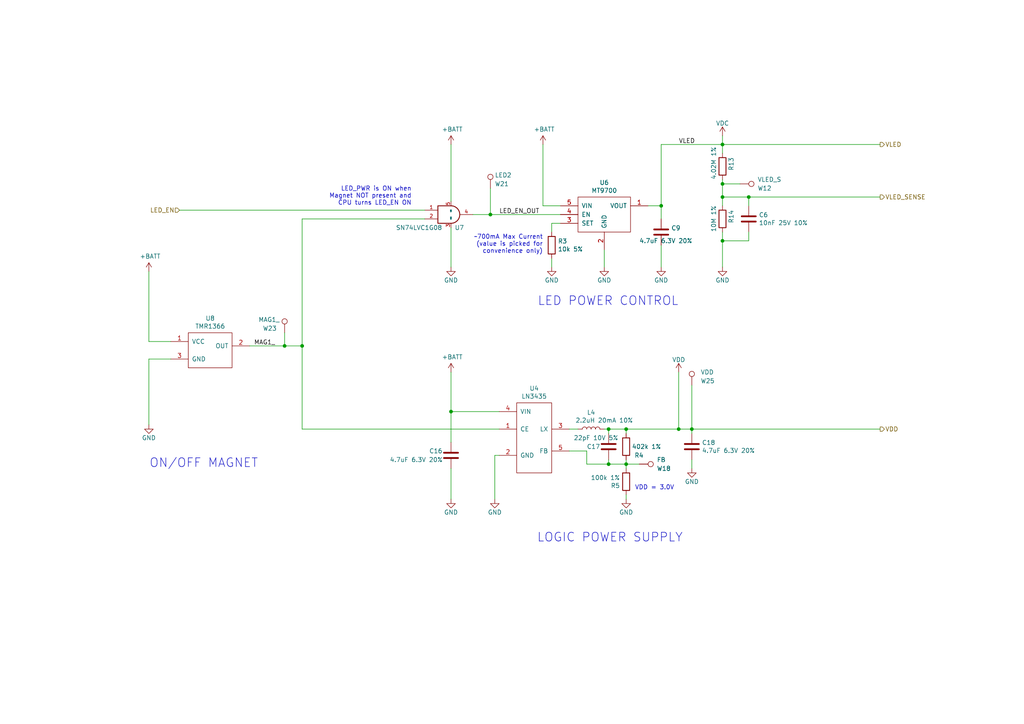
<source format=kicad_sch>
(kicad_sch (version 20211123) (generator eeschema)
  (paper "A4")
  (title_block (title "Pixels D20 Schematic, Power") (date "2020-04-13") (rev "2") (company "Systemic Games, LLC"))
  (lib_symbols
    (symbol "Device:C" (pin_numbers hide) (pin_names (offset 0.254))
      (property "Reference" "C" (at 0.635 2.54 0))
      (property "Value" "C" (at 0.635 -2.54 0))
      (symbol "C_0_1"
        (polyline (pts (xy -2.032 -0.762) (xy 2.032 -0.762)) (stroke (width 0.508)))
        (polyline (pts (xy -2.032 0.762) (xy 2.032 0.762)) (stroke (width 0.508)))
      )
      (symbol "C_1_1"
        (pin passive line (at 0 3.81 270) (length 2.794) (name "~") (number "1"))
        (pin passive line (at 0 -3.81 90) (length 2.794) (name "~") (number "2"))
      )
    )
    (symbol "Device:L" (pin_numbers hide) (pin_names (offset 1.016) hide)
      (property "Reference" "L" (at -1.27 0 90))
      (property "Value" "L" (at 1.905 0 90))
      (symbol "L_0_1"
        (arc (start 0 -2.54) (mid 0.635 -1.905) (end 0 -1.27))
        (arc (start 0 -1.27) (mid 0.635 -0.635) (end 0 0))
        (arc (start 0 0) (mid 0.635 0.635) (end 0 1.27))
        (arc (start 0 1.27) (mid 0.635 1.905) (end 0 2.54))
      )
      (symbol "L_1_1"
        (pin passive line (at 0 3.81 270) (length 1.27) (name "1") (number "1"))
        (pin passive line (at 0 -3.81 90) (length 1.27) (name "2") (number "2"))
      )
    )
    (symbol "Device:R" (pin_numbers hide) (pin_names (offset 0))
      (property "Reference" "R" (at 2.032 0 90))
      (property "Value" "R" (at 0 0 90))
      (symbol "R_0_1"
        (rectangle (start -1.016 -2.54) (end 1.016 2.54) (stroke (width 0.254)))
      )
      (symbol "R_1_1"
        (pin passive line (at 0 3.81 270) (length 1.27) (name "~") (number "1"))
        (pin passive line (at 0 -3.81 90) (length 1.27) (name "~") (number "2"))
      )
    )
    (symbol "Pixels-dice:74AHC1G08" (pin_names (offset 1.016))
      (property "Reference" "U" (at -2.54 3.81 0))
      (property "Value" "74AHC1G08" (at 0 -3.81 0))
      (symbol "74AHC1G08_0_1"
        (arc (start 0 -2.54) (mid 2.54 0) (end 0 2.54) (stroke (width 0.254)))
        (polyline (pts (xy 0 -2.54) (xy -3.81 -2.54) (xy -3.81 2.54) (xy 0 2.54)) (stroke (width 0.254)))
      )
      (symbol "74AHC1G08_1_1"
        (pin input line (at -7.62 1.27 0) (length 3.81) (name "~") (number "1"))
        (pin input line (at -7.62 -1.27 0) (length 3.81) (name "~") (number "2"))
        (pin power_in line (at 0 -3.81 90) (length 1.27) (name "GND") (number "3"))
        (pin output line (at 6.35 0 180) (length 3.81) (name "~") (number "4"))
        (pin power_in line (at 0 3.81 270) (length 1.27) (name "VCC") (number "5"))
      )
    )
    (symbol "Pixels-dice:LN3406" (pin_names (offset 1.016))
      (property "Reference" "U" (at 2.54 -11.43 0))
      (property "Value" "LN3406" (at -1.27 11.43 0))
      (symbol "LN3406_0_1"
        (rectangle (start -5.08 10.16) (end 5.08 -10.16))
      )
      (symbol "LN3406_1_1"
        (pin input line (at -10.16 2.54 0) (length 5.08) (name "CE") (number "1"))
        (pin power_in line (at -10.16 -5.08 0) (length 5.08) (name "GND") (number "2"))
        (pin power_out line (at 10.16 2.54 180) (length 5.08) (name "LX") (number "3"))
        (pin power_in line (at -10.16 7.62 0) (length 5.08) (name "VIN") (number "4"))
        (pin input line (at 10.16 -3.81 180) (length 5.08) (name "FB") (number "5"))
      )
    )
    (symbol "Pixels-dice:MT9700" (pin_names (offset 1.016))
      (property "Reference" "U" (at 6.35 -6.35 0))
      (property "Value" "MT9700" (at 0 6.35 0))
      (symbol "MT9700_0_1"
        (rectangle (start -7.62 5.08) (end 7.62 -5.08))
      )
      (symbol "MT9700_1_1"
        (pin power_out line (at 12.7 2.54 180) (length 5.08) (name "VOUT") (number "1"))
        (pin power_in line (at 0 -10.16 90) (length 5.08) (name "GND") (number "2"))
        (pin input line (at -12.7 -2.54 0) (length 5.08) (name "SET") (number "3"))
        (pin input line (at -12.7 0 0) (length 5.08) (name "EN") (number "4"))
        (pin power_in line (at -12.7 2.54 0) (length 5.08) (name "VIN") (number "5"))
      )
    )
    (symbol "Pixels-dice:TEST_1P-conn" (pin_numbers hide) (pin_names (offset 0.762) hide)
      (property "Reference" "W" (at 0 6.858 0))
      (property "Value" "TEST_1P-conn" (at 0 5.08 0))
      (symbol "TEST_1P-conn_0_1"
        (circle (center 0 3.302) (radius 0.762))
      )
      (symbol "TEST_1P-conn_1_1"
        (pin passive line (at 0 0 90) (length 2.54) (name "1") (number "1"))
      )
    )
    (symbol "Pixels-dice:TMR1366" (pin_names (offset 1.016))
      (property "Reference" "U" (at 3.81 -6.35 0))
      (property "Value" "TMR1366" (at 0 6.35 0))
      (symbol "TMR1366_1_1"
        (rectangle (start -6.35 5.08) (end 6.35 -5.08))
        (pin power_in line (at -11.43 2.54 0) (length 5.08) (name "VCC") (number "1"))
        (pin output line (at 11.43 1.27 180) (length 5.08) (name "OUT") (number "2"))
        (pin power_in line (at -11.43 -2.54 0) (length 5.08) (name "GND") (number "3"))
      )
    )
    (symbol "power:+BATT" (power) (pin_names (offset 0))
      (property "Value" "+BATT" (at 0 3.556 0))
      (symbol "+BATT_0_1"
        (polyline (pts (xy -0.762 1.27) (xy 0 2.54)))
        (polyline (pts (xy 0 0) (xy 0 2.54)))
        (polyline (pts (xy 0 2.54) (xy 0.762 1.27)))
      )
      (symbol "+BATT_1_1"
        (pin power_in line (at 0 0 90) (length 0) hide (name "+BATT") (number "1"))
      )
    )
    (symbol "power:GND" (power) (pin_names (offset 0))
      (property "Value" "GND" (at 0 -3.81 0))
      (symbol "GND_0_1"
        (polyline (pts (xy 0 0) (xy 0 -1.27) (xy 1.27 -1.27) (xy 0 -2.54) (xy -1.27 -1.27) (xy 0 -1.27)))
      )
      (symbol "GND_1_1"
        (pin power_in line (at 0 0 270) (length 0) hide (name "GND") (number "1"))
      )
    )
    (symbol "power:VDC" (power) (pin_names (offset 0))
      (property "Value" "VDC" (at 0 6.35 0))
      (symbol "VDC_0_1"
        (polyline (pts (xy -0.762 1.27) (xy 0 2.54)))
        (polyline (pts (xy 0 0) (xy 0 2.54)))
        (polyline (pts (xy 0 2.54) (xy 0.762 1.27)))
      )
      (symbol "VDC_1_1"
        (pin power_in line (at 0 0 90) (length 0) hide (name "VDC") (number "1"))
      )
    )
    (symbol "power:VDD" (power) (pin_names (offset 0))
      (property "Value" "VDD" (at 0 3.81 0))
      (symbol "VDD_0_1"
        (polyline (pts (xy -0.762 1.27) (xy 0 2.54)))
        (polyline (pts (xy 0 0) (xy 0 2.54)))
        (polyline (pts (xy 0 2.54) (xy 0.762 1.27)))
      )
      (symbol "VDD_1_1"
        (pin power_in line (at 0 0 90) (length 0) hide (name "VDD") (number "1"))
      )
    )
  )
  (junction (at 142.24 62.23))
  (junction (at 209.55 41.91))
  (junction (at 200.66 124.46))
  (junction (at 209.55 69.85))
  (junction (at 176.53 124.46))
  (junction (at 196.85 124.46))
  (junction (at 181.61 134.62))
  (junction (at 87.63 100.33))
  (junction (at 82.55 100.33))
  (junction (at 209.55 57.15))
  (junction (at 217.17 57.15))
  (junction (at 191.77 59.69))
  (junction (at 176.53 134.62))
  (junction (at 181.61 124.46))
  (junction (at 130.81 119.38))
  (junction (at 209.55 53.34))
  (wire (pts (xy 176.53 134.62) (xy 181.61 134.62)))
  (wire (pts (xy 170.18 130.81) (xy 170.18 134.62)))
  (wire (pts (xy 176.53 124.46) (xy 175.26 124.46)))
  (wire (pts (xy 165.1 130.81) (xy 170.18 130.81)))
  (wire (pts (xy 200.66 124.46) (xy 200.66 125.73)))
  (wire (pts (xy 181.61 124.46) (xy 176.53 124.46)))
  (wire (pts (xy 87.63 100.33) (xy 82.55 100.33)))
  (wire (pts (xy 43.18 78.74) (xy 43.18 99.06)))
  (wire (pts (xy 209.55 57.15) (xy 209.55 59.69)))
  (wire (pts (xy 49.53 104.14) (xy 43.18 104.14)))
  (wire (pts (xy 167.64 124.46) (xy 165.1 124.46)))
  (wire (pts (xy 176.53 125.73) (xy 176.53 124.46)))
  (wire (pts (xy 170.18 134.62) (xy 176.53 134.62)))
  (wire (pts (xy 217.17 69.85) (xy 209.55 69.85)))
  (wire (pts (xy 217.17 67.31) (xy 217.17 69.85)))
  (wire (pts (xy 209.55 52.07) (xy 209.55 53.34)))
  (wire (pts (xy 255.27 41.91) (xy 209.55 41.91)))
  (wire (pts (xy 175.26 72.39) (xy 175.26 77.47)))
  (wire (pts (xy 217.17 57.15) (xy 217.17 59.69)))
  (wire (pts (xy 181.61 134.62) (xy 185.42 134.62)))
  (wire (pts (xy 200.66 111.76) (xy 200.66 124.46)))
  (wire (pts (xy 52.07 60.96) (xy 123.19 60.96)))
  (wire (pts (xy 43.18 104.14) (xy 43.18 123.19)))
  (wire (pts (xy 176.53 134.62) (xy 176.53 133.35)))
  (wire (pts (xy 196.85 107.95) (xy 196.85 124.46)))
  (wire (pts (xy 200.66 124.46) (xy 255.27 124.46)))
  (wire (pts (xy 191.77 63.5) (xy 191.77 59.69)))
  (wire (pts (xy 209.55 69.85) (xy 209.55 77.47)))
  (wire (pts (xy 209.55 53.34) (xy 214.63 53.34)))
  (wire (pts (xy 209.55 41.91) (xy 191.77 41.91)))
  (wire (pts (xy 130.81 128.27) (xy 130.81 119.38)))
  (wire (pts (xy 162.56 59.69) (xy 157.48 59.69)))
  (wire (pts (xy 143.51 132.08) (xy 143.51 144.78)))
  (wire (pts (xy 87.63 63.5) (xy 87.63 100.33)))
  (wire (pts (xy 130.81 107.95) (xy 130.81 119.38)))
  (wire (pts (xy 130.81 66.04) (xy 130.81 77.47)))
  (wire (pts (xy 43.18 99.06) (xy 49.53 99.06)))
  (wire (pts (xy 143.51 132.08) (xy 144.78 132.08)))
  (wire (pts (xy 130.81 41.91) (xy 130.81 58.42)))
  (wire (pts (xy 142.24 62.23) (xy 162.56 62.23)))
  (wire (pts (xy 209.55 39.37) (xy 209.55 41.91)))
  (wire (pts (xy 162.56 64.77) (xy 160.02 64.77)))
  (wire (pts (xy 181.61 125.73) (xy 181.61 124.46)))
  (wire (pts (xy 160.02 74.93) (xy 160.02 77.47)))
  (wire (pts (xy 137.16 62.23) (xy 142.24 62.23)))
  (wire (pts (xy 87.63 124.46) (xy 144.78 124.46)))
  (wire (pts (xy 181.61 124.46) (xy 196.85 124.46)))
  (wire (pts (xy 82.55 100.33) (xy 72.39 100.33)))
  (wire (pts (xy 160.02 64.77) (xy 160.02 67.31)))
  (wire (pts (xy 209.55 41.91) (xy 209.55 44.45)))
  (wire (pts (xy 181.61 134.62) (xy 181.61 135.89)))
  (wire (pts (xy 209.55 53.34) (xy 209.55 57.15)))
  (wire (pts (xy 196.85 124.46) (xy 200.66 124.46)))
  (wire (pts (xy 187.96 59.69) (xy 191.77 59.69)))
  (wire (pts (xy 87.63 100.33) (xy 87.63 124.46)))
  (wire (pts (xy 157.48 41.91) (xy 157.48 59.69)))
  (wire (pts (xy 181.61 134.62) (xy 181.61 133.35)))
  (wire (pts (xy 209.55 57.15) (xy 217.17 57.15)))
  (wire (pts (xy 200.66 133.35) (xy 200.66 135.89)))
  (wire (pts (xy 142.24 54.61) (xy 142.24 62.23)))
  (wire (pts (xy 130.81 119.38) (xy 144.78 119.38)))
  (wire (pts (xy 191.77 41.91) (xy 191.77 59.69)))
  (wire (pts (xy 82.55 96.52) (xy 82.55 100.33)))
  (wire (pts (xy 209.55 67.31) (xy 209.55 69.85)))
  (wire (pts (xy 87.63 63.5) (xy 123.19 63.5)))
  (wire (pts (xy 191.77 71.12) (xy 191.77 77.47)))
  (wire (pts (xy 130.81 135.89) (xy 130.81 144.78)))
  (wire (pts (xy 181.61 143.51) (xy 181.61 144.78)))
  (wire (pts (xy 217.17 57.15) (xy 255.27 57.15)))
  (text "LOGIC POWER SUPPLY" (at 198.12 157.48 180) (effects (font (size 2.54 2.54)) (justify right bottom)))
  (text "ON/OFF MAGNET" (at 74.93 135.89 180) (effects (font (size 2.54 2.54)) (justify right bottom)))
  (text "LED_PWR is ON when\nMagnet NOT present and\nCPU turns LED_EN ON" (at 119.38 59.69 0) (effects (font (size 1.27 1.27)) (justify right bottom)))
  (text "LED POWER CONTROL" (at 196.85 88.9 180) (effects (font (size 2.54 2.54)) (justify right bottom)))
  (text "VDD = 3.0V" (at 195.58 142.24 180) (effects (font (size 1.27 1.27)) (justify right bottom)))
  (text "~700mA Max Current\n(value is picked for\nconvenience only)" (at 157.48 73.66 0) (effects (font (size 1.27 1.27)) (justify right bottom)))
  (label "MAG1_" (at 73.66 100.33 0))
  (label "VLED" (at 196.85 41.91 0))
  (label "LED_EN_OUT" (at 144.78 62.23 0))
  (hierarchical_label "LED_EN" (shape input) (at 52.07 60.96 180))
  (hierarchical_label "VDD" (shape output) (at 255.27 124.46 0))
  (hierarchical_label "VLED_SENSE" (shape output) (at 255.27 57.15 0))
  (hierarchical_label "VLED" (shape output) (at 255.27 41.91 0))
  (symbol (lib_id "Pixels-dice:TEST_1P-conn") (at 185.42 134.62 270) (unit 1)
    (property "Reference" "W18" (at 190.5 135.89 90) (effects (justify left)))
    (property "Value" "FB" (at 190.5 133.35 90) (effects (justify left)))
    (property "Footprint" "Pixels-dice:TEST_PIN" (effects hide))
  )
  (symbol (lib_id "Pixels-dice:TEST_1P-conn") (at 142.24 54.61 0) (unit 1)
    (property "Reference" "W21" (at 143.51 53.34 0) (effects (justify left)))
    (property "Value" "LED2" (at 143.51 50.8 0) (effects (justify left)))
    (property "Footprint" "Pixels-dice:TEST_PIN" (effects hide))
  )
  (symbol (lib_id "power:+BATT") (at 157.48 41.91 0) (unit 1)
    (property "Reference" "#PWR033" (effects hide))
    (property "Value" "+BATT" (at 157.861 37.5158 0))
  )
  (symbol (lib_id "Device:L") (at 171.45 124.46 90) (unit 1)
    (property "Reference" "L4" (at 171.45 119.634 90))
    (property "Value" "2.2uH 20mA 10%" (at 175.26 121.92 90))
    (property "Footprint" "Inductor_SMD:L_0805_2012Metric" (effects hide))
    (property "Generic OK" "YES" (effects hide))
    (property "Pixels Part Number" "SMD-L004" (effects hide))
    (property "Manufacturer" "Bourns" (effects hide))
    (property "Manufacturer Part Number" "CV201210-2R2K" (effects hide))
  )
  (symbol (lib_id "Device:C") (at 200.66 129.54 0) (unit 1)
    (property "Reference" "C18" (at 203.581 128.3716 0) (effects (justify left)))
    (property "Value" "4.7uF 6.3V 20%" (at 203.581 130.683 0) (effects (justify left)))
    (property "Footprint" "Capacitor_SMD:C_0402_1005Metric" (effects hide))
    (property "Generic OK" "YES" (effects hide))
    (property "Pixels Part Number" "SMD-C002" (effects hide))
    (property "Manufacturer" "Murata" (effects hide))
    (property "Manufacturer Part Number" "GRM155R60J475ME87D" (effects hide))
  )
  (symbol (lib_id "power:GND") (at 200.66 135.89 0) (unit 1)
    (property "Reference" "#PWR028" (effects hide))
    (property "Value" "GND" (at 200.66 139.7 0))
  )
  (symbol (lib_id "power:GND") (at 130.81 144.78 0) (unit 1)
    (property "Reference" "#PWR029" (effects hide))
    (property "Value" "GND" (at 130.81 148.59 0))
  )
  (symbol (lib_id "Pixels-dice:LN3406") (at 154.94 127 0) (unit 1)
    (property "Reference" "U4" (at 154.94 112.649 0))
    (property "Value" "LN3435" (at 154.94 114.9604 0))
    (property "Footprint" "Pixels-dice:SOT-23-5" (effects hide))
    (property "Generic OK" "NO" (effects hide))
    (property "Manufacturer" "NATLINEAR" (effects hide))
    (property "Manufacturer Part Number" "LN3435" (effects hide))
    (property "Pixels Part Number" "SMD-U004-ALT1" (effects hide))
  )
  (symbol (lib_id "power:GND") (at 175.26 77.47 0) (unit 1)
    (property "Reference" "#PWR038" (effects hide))
    (property "Value" "GND" (at 175.26 81.28 0))
  )
  (symbol (lib_id "Device:C") (at 176.53 129.54 0) (unit 1)
    (property "Reference" "C17" (at 170.18 129.54 0) (effects (justify left)))
    (property "Value" "22pF 10V 5%" (at 166.37 127 0) (effects (justify left)))
    (property "Footprint" "Capacitor_SMD:C_0402_1005Metric" (effects hide))
    (property "Generic OK" "YES" (effects hide))
    (property "Pixels Part Number" "SMD-C007" (effects hide))
    (property "Manufacturer" "Yageo" (effects hide))
    (property "Manufacturer Part Number" "CC0402JRNPO9BN220" (effects hide))
  )
  (symbol (lib_id "Device:R") (at 181.61 139.7 180) (unit 1)
    (property "Reference" "R5" (at 179.832 140.8684 0) (effects (justify left)))
    (property "Value" "100k 1%" (at 179.832 138.557 0) (effects (justify left)))
    (property "Footprint" "Resistor_SMD:R_0402_1005Metric" (effects hide))
    (property "Generic OK" "YES" (effects hide))
    (property "Pixels Part Number" "SMD-R006" (effects hide))
    (property "Manufacturer" "Vishay" (effects hide))
    (property "Manufacturer Part Number" "CRCW0402100KFKEDC" (effects hide))
  )
  (symbol (lib_id "Device:R") (at 181.61 129.54 180) (unit 1)
    (property "Reference" "R4" (at 186.69 132.08 0) (effects (justify left)))
    (property "Value" "402k 1%" (at 191.77 129.54 0) (effects (justify left)))
    (property "Footprint" "Resistor_SMD:R_0402_1005Metric" (effects hide))
    (property "Generic OK" "YES" (effects hide))
    (property "Pixels Part Number" "SMD-R001" (effects hide))
    (property "Manufacturer" "Yageo" (effects hide))
    (property "Manufacturer Part Number" "RC0402FR-07402KL" (effects hide))
  )
  (symbol (lib_id "power:GND") (at 181.61 144.78 0) (unit 1)
    (property "Reference" "#PWR030" (effects hide))
    (property "Value" "GND" (at 181.61 148.59 0))
  )
  (symbol (lib_id "power:GND") (at 43.18 123.19 0) (unit 1)
    (property "Reference" "#PWR039" (effects hide))
    (property "Value" "GND" (at 43.18 127 0))
  )
  (symbol (lib_id "Device:C") (at 130.81 132.08 0) (unit 1)
    (property "Reference" "C16" (at 124.46 130.81 0) (effects (justify left)))
    (property "Value" "4.7uF 6.3V 20%" (at 113.03 133.35 0) (effects (justify left)))
    (property "Footprint" "Capacitor_SMD:C_0402_1005Metric" (effects hide))
    (property "Generic OK" "YES" (effects hide))
    (property "Pixels Part Number" "SMD-C002" (effects hide))
    (property "Manufacturer" "Murata" (effects hide))
    (property "Manufacturer Part Number" "GRM155R60J475ME87D" (effects hide))
  )
  (symbol (lib_id "power:+BATT") (at 130.81 107.95 0) (unit 1)
    (property "Reference" "#PWR025" (effects hide))
    (property "Value" "+BATT" (at 131.191 103.5558 0))
  )
  (symbol (lib_id "power:+BATT") (at 43.18 78.74 0) (unit 1)
    (property "Reference" "#PWR036" (effects hide))
    (property "Value" "+BATT" (at 43.561 74.3458 0))
  )
  (symbol (lib_id "Pixels-dice:TEST_1P-conn") (at 82.55 96.52 0) (unit 1)
    (property "Reference" "W23" (at 76.2 95.25 0) (effects (justify left)))
    (property "Value" "MAG1_" (at 74.93 92.71 0) (effects (justify left)))
    (property "Footprint" "Pixels-dice:TEST_PIN" (effects hide))
  )
  (symbol (lib_id "Pixels-dice:74AHC1G08") (at 130.81 62.23 0) (unit 1)
    (property "Reference" "U7" (at 134.62 66.04 0) (effects (justify right)))
    (property "Value" "SN74LVC1G08" (at 128.27 66.04 0) (effects (justify right)))
    (property "Footprint" "Pixels-dice:SOT-353_SC-70-5" (effects hide))
    (property "Datasheet" "http://www.ti.com/lit/sg/scyt129e/scyt129e.pdf" (effects hide))
    (property "Generic OK" "YES" (effects hide))
    (property "Manufacturer" "UMW(Youtai Semiconductor Co., Ltd.)" (effects hide))
    (property "Manufacturer Part Number" "SN74LVC1G08DCKR" (effects hide))
    (property "Pixels Part Number" "SMD-U007" (effects hide))
  )
  (symbol (lib_id "power:+BATT") (at 130.81 41.91 0) (unit 1)
    (property "Reference" "#PWR020" (effects hide))
    (property "Value" "+BATT" (at 131.191 37.5158 0))
  )
  (symbol (lib_id "power:GND") (at 130.81 77.47 0) (unit 1)
    (property "Reference" "#PWR034" (effects hide))
    (property "Value" "GND" (at 130.81 81.28 0))
  )
  (symbol (lib_id "Pixels-dice:TEST_1P-conn") (at 200.66 111.76 0) (unit 1)
    (property "Reference" "W25" (at 203.2 110.49 0) (effects (justify left)))
    (property "Value" "VDD" (at 203.2 107.95 0) (effects (justify left)))
    (property "Footprint" "Pixels-dice:TEST_PIN" (effects hide))
  )
  (symbol (lib_id "Device:R") (at 209.55 48.26 0) (unit 1)
    (property "Reference" "R13" (at 212.09 49.53 90) (effects (justify left)))
    (property "Value" "4.02M 1%" (at 207.01 52.07 90) (effects (justify left)))
    (property "Footprint" "Resistor_SMD:R_0402_1005Metric" (effects hide))
    (property "Generic OK" "YES" (effects hide))
    (property "Pixels Part Number" "SMD-R003" (effects hide))
    (property "Manufacturer" "Vishay" (effects hide))
    (property "Manufacturer Part Number" "CRCW04024M02FKED" (effects hide))
  )
  (symbol (lib_id "Device:R") (at 209.55 63.5 0) (unit 1)
    (property "Reference" "R14" (at 212.09 64.77 90) (effects (justify left)))
    (property "Value" "10M 1%" (at 207.01 67.31 90) (effects (justify left)))
    (property "Footprint" "Resistor_SMD:R_0402_1005Metric" (effects hide))
    (property "Generic OK" "YES" (effects hide))
    (property "Pixels Part Number" "SMD-R004" (effects hide))
    (property "Manufacturer" "Yageo" (effects hide))
    (property "Manufacturer Part Number" "RC0402FR-0710ML" (effects hide))
  )
  (symbol (lib_id "Device:C") (at 217.17 63.5 0) (unit 1)
    (property "Reference" "C6" (at 220.091 62.3316 0) (effects (justify left)))
    (property "Value" "10nF 25V 10%" (at 220.091 64.643 0) (effects (justify left)))
    (property "Footprint" "Capacitor_SMD:C_0402_1005Metric" (effects hide))
    (property "Generic OK" "YES" (effects hide))
    (property "Pixels Part Number" "SMD-C009" (effects hide))
    (property "Manufacturer" "Yageo" (effects hide))
    (property "Manufacturer Part Number" "AC0402KPX7R9BB103" (effects hide))
  )
  (symbol (lib_id "power:GND") (at 209.55 77.47 0) (unit 1)
    (property "Reference" "#PWR079" (effects hide))
    (property "Value" "GND" (at 209.55 81.28 0))
  )
  (symbol (lib_id "Pixels-dice:TEST_1P-conn") (at 214.63 53.34 270) (unit 1)
    (property "Reference" "W12" (at 219.71 54.61 90) (effects (justify left)))
    (property "Value" "VLED_S" (at 219.71 52.07 90) (effects (justify left)))
    (property "Footprint" "Pixels-dice:TEST_PIN" (effects hide))
  )
  (symbol (lib_id "Pixels-dice:TMR1366") (at 60.96 101.6 0) (unit 1)
    (property "Reference" "U8" (at 60.96 92.329 0))
    (property "Value" "TMR1366" (at 60.96 94.6404 0))
    (property "Footprint" "Package_TO_SOT_SMD:SOT-23" (effects hide))
    (property "Generic OK" "NO" (effects hide))
    (property "Manufacturer" "Multi Dimension" (effects hide))
    (property "Manufacturer Part Number" "TMR1366S" (effects hide))
    (property "Pixels Part Number" "SMD-U008-ALT8" (effects hide))
  )
  (symbol (lib_id "Device:C") (at 191.77 67.31 0) (unit 1)
    (property "Reference" "C9" (at 194.691 66.1416 0) (effects (justify left)))
    (property "Value" "4.7uF 6.3V 20%" (at 185.42 69.85 0) (effects (justify left)))
    (property "Footprint" "Capacitor_SMD:C_0402_1005Metric" (effects hide))
    (property "Generic OK" "YES" (effects hide))
    (property "Pixels Part Number" "SMD-C002" (effects hide))
    (property "Manufacturer" "Murata" (effects hide))
    (property "Manufacturer Part Number" "GRM155R60J475ME87D" (effects hide))
  )
  (symbol (lib_id "power:GND") (at 191.77 77.47 0) (unit 1)
    (property "Reference" "#PWR0142" (effects hide))
    (property "Value" "GND" (at 191.77 81.28 0))
  )
  (symbol (lib_id "Pixels-dice:MT9700") (at 175.26 62.23 0) (unit 1)
    (property "Reference" "U6" (at 175.26 52.959 0))
    (property "Value" "MT9700" (at 175.26 55.2704 0))
    (property "Footprint" "Pixels-dice:SOT-23-5" (effects hide))
    (property "Manufacturer" "XI'AN Aerosemi Tech" (effects hide))
    (property "Manufacturer Part Number" "MT9700" (effects hide))
    (property "Pixels Part Number" "SMD-U006-ALT2" (effects hide))
    (property "Generic OK" "NO" (effects hide))
  )
  (symbol (lib_id "Device:R") (at 160.02 71.12 0) (unit 1)
    (property "Reference" "R3" (at 161.798 69.9516 0) (effects (justify left)))
    (property "Value" "10k 5%" (at 161.798 72.263 0) (effects (justify left)))
    (property "Footprint" "Resistor_SMD:R_0402_1005Metric" (effects hide))
    (property "Generic OK" "YES" (effects hide))
    (property "Manufacturer" "Yageo" (effects hide))
    (property "Manufacturer Part Number" "RC0402JR-0710KL" (effects hide))
    (property "Pixels Part Number" "SMD-R002" (effects hide))
  )
  (symbol (lib_id "power:GND") (at 160.02 77.47 0) (unit 1)
    (property "Reference" "#PWR0101" (effects hide))
    (property "Value" "GND" (at 160.02 81.28 0))
  )
  (symbol (lib_id "power:VDC") (at 209.55 39.37 0) (unit 1)
    (property "Reference" "#PWR026" (effects hide))
    (property "Value" "VDC" (at 209.55 35.7655 0))
  )
  (symbol (lib_id "power:GND") (at 143.51 144.78 0) (unit 1)
    (property "Reference" "#PWR031" (effects hide))
    (property "Value" "GND" (at 143.51 148.59 0))
  )
  (symbol (lib_id "power:VDD") (at 196.85 107.95 0) (unit 1)
    (property "Reference" "#PWR027" (effects hide))
    (property "Value" "VDD" (at 196.85 104.3455 0))
  )
)
</source>
